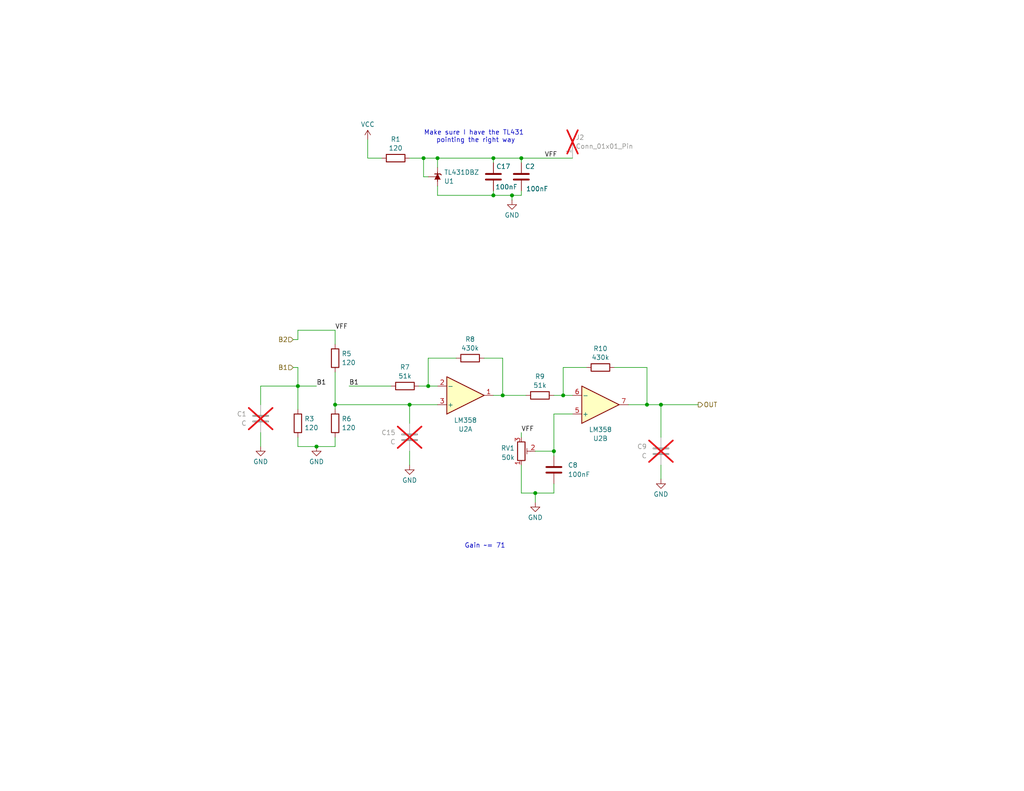
<source format=kicad_sch>
(kicad_sch (version 20231120) (generator "eeschema") (generator_version "8.0")
  (paper "USLetter")
  (title_block (title "Dual Strain Guage Amp") (date "2025-01-22") (rev "V1.0") (company "Gannon University") (comment 1 "DESIGN:  Jake Lehotsky") (comment 2 "ENGINEERING: Matteo Tomasi"))
  (lib_symbols
    (symbol "Amplifier_Operational:LM358" (pin_names (offset 0.127))
      (property "Reference" "U" (at 0 5.08 0))
      (property "Value" "LM358" (at 0 -5.08 0))
      (symbol "LM358_1_1"
        (polyline (pts (xy -5.08 5.08) (xy 5.08 0) (xy -5.08 -5.08) (xy -5.08 5.08)) (stroke (width 0.254)) (fill (type background)))
        (pin output line (at 7.62 0 180) (length 2.54) (name "~") (number "1"))
        (pin input line (at -7.62 -2.54 0) (length 2.54) (name "-") (number "2"))
        (pin input line (at -7.62 2.54 0) (length 2.54) (name "+") (number "3"))
      )
      (symbol "LM358_2_1"
        (polyline (pts (xy -5.08 5.08) (xy 5.08 0) (xy -5.08 -5.08) (xy -5.08 5.08)) (stroke (width 0.254)) (fill (type background)))
        (pin input line (at -7.62 2.54 0) (length 2.54) (name "+") (number "5"))
        (pin input line (at -7.62 -2.54 0) (length 2.54) (name "-") (number "6"))
        (pin output line (at 7.62 0 180) (length 2.54) (name "~") (number "7"))
      )
      (symbol "LM358_3_1"
        (pin power_in line (at -2.54 -7.62 90) (length 3.81) (name "V-") (number "4"))
        (pin power_in line (at -2.54 7.62 270) (length 3.81) (name "V+") (number "8"))
      )
    )
    (symbol "Connector:Conn_01x01_Pin" (pin_names (offset 1.016) hide)
      (property "Reference" "J" (at 0 2.54 0))
      (property "Value" "Conn_01x01_Pin" (at 0 -2.54 0))
      (symbol "Conn_01x01_Pin_1_1"
        (polyline (pts (xy 1.27 0) (xy 0.8636 0)) (stroke (width 0.1524)))
        (rectangle (start 0.8636 0.127) (end 0 -0.127) (stroke (width 0.1524)) (fill (type outline)))
        (pin passive line (at 5.08 0 180) (length 3.81) (name "Pin_1") (number "1"))
      )
    )
    (symbol "Device:C" (pin_numbers hide) (pin_names (offset 0.254))
      (property "Reference" "C" (at 0.635 2.54 0))
      (property "Value" "C" (at 0.635 -2.54 0))
      (symbol "C_0_1"
        (polyline (pts (xy -2.032 -0.762) (xy 2.032 -0.762)) (stroke (width 0.508)))
        (polyline (pts (xy -2.032 0.762) (xy 2.032 0.762)) (stroke (width 0.508)))
      )
      (symbol "C_1_1"
        (pin passive line (at 0 3.81 270) (length 2.794) (name "~") (number "1"))
        (pin passive line (at 0 -3.81 90) (length 2.794) (name "~") (number "2"))
      )
    )
    (symbol "Device:R" (pin_numbers hide) (pin_names (offset 0))
      (property "Reference" "R" (at 2.032 0 90))
      (property "Value" "R" (at 0 0 90))
      (symbol "R_0_1"
        (rectangle (start -1.016 -2.54) (end 1.016 2.54) (stroke (width 0.254)))
      )
      (symbol "R_1_1"
        (pin passive line (at 0 3.81 270) (length 1.27) (name "~") (number "1"))
        (pin passive line (at 0 -3.81 90) (length 1.27) (name "~") (number "2"))
      )
    )
    (symbol "Device:R_Potentiometer_Trim" (pin_names (offset 1.016) hide)
      (property "Reference" "RV" (at -4.445 0 90))
      (property "Value" "R_Potentiometer_Trim" (at -2.54 0 90))
      (symbol "R_Potentiometer_Trim_0_1"
        (polyline (pts (xy 1.524 0.762) (xy 1.524 -0.762)))
        (polyline (pts (xy 2.54 0) (xy 1.524 0)))
        (rectangle (start 1.016 2.54) (end -1.016 -2.54) (stroke (width 0.254)))
      )
      (symbol "R_Potentiometer_Trim_1_1"
        (pin passive line (at 0 3.81 270) (length 1.27) (name "1") (number "1"))
        (pin passive line (at 3.81 0 180) (length 1.27) (name "2") (number "2"))
        (pin passive line (at 0 -3.81 90) (length 1.27) (name "3") (number "3"))
      )
    )
    (symbol "Reference_Voltage:TL431DBZ" (pin_numbers hide) (pin_names hide)
      (property "Reference" "U" (at -2.54 2.54 0))
      (property "Value" "TL431DBZ" (at 0 -2.54 0))
      (symbol "TL431DBZ_0_1"
        (polyline (pts (xy -1.27 0) (xy 0 0) (xy 1.27 0)))
        (polyline (pts (xy -0.762 0.762) (xy 0.762 0) (xy -0.762 -0.762)) (fill (type outline)))
        (polyline (pts (xy 0.508 -1.016) (xy 0.762 -0.762) (xy 0.762 0.762) (xy 0.762 0.762)) (stroke (width 0.254)))
      )
      (symbol "TL431DBZ_1_1"
        (pin passive line (at 2.54 0 180) (length 2.54) (name "K") (number "1"))
        (pin passive line (at 0 2.54 270) (length 2.54) (name "REF") (number "2"))
        (pin passive line (at -2.54 0 0) (length 2.54) (name "A") (number "3"))
      )
    )
    (symbol "power:GND" (power) (pin_names (offset 0))
      (property "Value" "GND" (at 0 -3.81 0))
      (symbol "GND_0_1"
        (polyline (pts (xy 0 0) (xy 0 -1.27) (xy 1.27 -1.27) (xy 0 -2.54) (xy -1.27 -1.27) (xy 0 -1.27)))
      )
      (symbol "GND_1_1"
        (pin power_in line (at 0 0 270) (length 0) hide (name "GND") (number "1"))
      )
    )
    (symbol "power:VCC" (power) (pin_numbers hide) (pin_names (offset 0) hide)
      (property "Value" "VCC" (at 0 3.556 0))
      (symbol "VCC_0_1"
        (polyline (pts (xy -0.762 1.27) (xy 0 2.54)))
        (polyline (pts (xy 0 0) (xy 0 2.54)))
        (polyline (pts (xy 0 2.54) (xy 0.762 1.27)))
      )
      (symbol "VCC_1_1"
        (pin power_in line (at 0 0 90) (length 0) (name "~") (number "1"))
      )
    )
  )
  (junction (at 119.38 43.18))
  (junction (at 86.36 121.92))
  (junction (at 137.16 107.95))
  (junction (at 91.44 110.49))
  (junction (at 134.62 43.18))
  (junction (at 176.53 110.49))
  (junction (at 115.57 43.18))
  (junction (at 134.62 53.34))
  (junction (at 151.13 123.19))
  (junction (at 81.28 105.41))
  (junction (at 142.24 43.18))
  (junction (at 153.67 107.95))
  (junction (at 146.05 134.62))
  (junction (at 111.76 110.49))
  (junction (at 180.34 110.49))
  (junction (at 139.7 53.34))
  (junction (at 116.84 105.41))
  (wire (pts (xy 146.05 134.62) (xy 146.05 137.16)))
  (wire (pts (xy 139.7 53.34) (xy 142.24 53.34)))
  (wire (pts (xy 160.02 100.33) (xy 153.67 100.33)))
  (wire (pts (xy 176.53 110.49) (xy 180.34 110.49)))
  (wire (pts (xy 134.62 52.07) (xy 134.62 53.34)))
  (wire (pts (xy 100.33 43.18) (xy 104.14 43.18)))
  (wire (pts (xy 151.13 123.19) (xy 151.13 124.46)))
  (wire (pts (xy 71.12 105.41) (xy 71.12 110.49)))
  (wire (pts (xy 180.34 110.49) (xy 180.34 119.38)))
  (wire (pts (xy 134.62 44.45) (xy 134.62 43.18)))
  (wire (pts (xy 100.33 38.1) (xy 100.33 43.18)))
  (wire (pts (xy 151.13 113.03) (xy 156.21 113.03)))
  (wire (pts (xy 153.67 100.33) (xy 153.67 107.95)))
  (wire (pts (xy 142.24 44.45) (xy 142.24 43.18)))
  (wire (pts (xy 137.16 107.95) (xy 143.51 107.95)))
  (wire (pts (xy 91.44 101.6) (xy 91.44 110.49)))
  (wire (pts (xy 81.28 119.38) (xy 81.28 121.92)))
  (wire (pts (xy 91.44 110.49) (xy 111.76 110.49)))
  (wire (pts (xy 132.08 97.79) (xy 137.16 97.79)))
  (wire (pts (xy 146.05 134.62) (xy 151.13 134.62)))
  (wire (pts (xy 119.38 43.18) (xy 134.62 43.18)))
  (wire (pts (xy 81.28 105.41) (xy 71.12 105.41)))
  (wire (pts (xy 116.84 48.26) (xy 115.57 48.26)))
  (wire (pts (xy 115.57 43.18) (xy 119.38 43.18)))
  (wire (pts (xy 114.3 105.41) (xy 116.84 105.41)))
  (wire (pts (xy 142.24 118.11) (xy 142.24 119.38)))
  (wire (pts (xy 153.67 107.95) (xy 156.21 107.95)))
  (wire (pts (xy 111.76 123.19) (xy 111.76 127)))
  (wire (pts (xy 81.28 105.41) (xy 86.36 105.41)))
  (wire (pts (xy 139.7 53.34) (xy 139.7 54.61)))
  (wire (pts (xy 115.57 43.18) (xy 115.57 48.26)))
  (wire (pts (xy 119.38 50.8) (xy 119.38 53.34)))
  (wire (pts (xy 142.24 43.18) (xy 156.21 43.18)))
  (wire (pts (xy 176.53 110.49) (xy 171.45 110.49)))
  (wire (pts (xy 71.12 118.11) (xy 71.12 121.92)))
  (wire (pts (xy 137.16 107.95) (xy 134.62 107.95)))
  (wire (pts (xy 134.62 43.18) (xy 142.24 43.18)))
  (wire (pts (xy 116.84 97.79) (xy 116.84 105.41)))
  (wire (pts (xy 81.28 105.41) (xy 81.28 111.76)))
  (wire (pts (xy 134.62 53.34) (xy 139.7 53.34)))
  (wire (pts (xy 180.34 110.49) (xy 190.5 110.49)))
  (wire (pts (xy 80.01 92.71) (xy 81.28 92.71)))
  (wire (pts (xy 91.44 110.49) (xy 91.44 111.76)))
  (wire (pts (xy 81.28 121.92) (xy 86.36 121.92)))
  (wire (pts (xy 180.34 127) (xy 180.34 130.81)))
  (wire (pts (xy 142.24 134.62) (xy 142.24 127)))
  (wire (pts (xy 151.13 107.95) (xy 153.67 107.95)))
  (wire (pts (xy 119.38 53.34) (xy 134.62 53.34)))
  (wire (pts (xy 116.84 105.41) (xy 119.38 105.41)))
  (wire (pts (xy 142.24 134.62) (xy 146.05 134.62)))
  (wire (pts (xy 95.25 105.41) (xy 106.68 105.41)))
  (wire (pts (xy 111.76 110.49) (xy 111.76 115.57)))
  (wire (pts (xy 124.46 97.79) (xy 116.84 97.79)))
  (wire (pts (xy 91.44 90.17) (xy 91.44 93.98)))
  (wire (pts (xy 111.76 43.18) (xy 115.57 43.18)))
  (wire (pts (xy 81.28 90.17) (xy 81.28 92.71)))
  (wire (pts (xy 81.28 100.33) (xy 81.28 105.41)))
  (wire (pts (xy 137.16 97.79) (xy 137.16 107.95)))
  (wire (pts (xy 167.64 100.33) (xy 176.53 100.33)))
  (wire (pts (xy 91.44 121.92) (xy 91.44 119.38)))
  (wire (pts (xy 111.76 110.49) (xy 119.38 110.49)))
  (wire (pts (xy 81.28 90.17) (xy 91.44 90.17)))
  (wire (pts (xy 142.24 52.07) (xy 142.24 53.34)))
  (wire (pts (xy 119.38 43.18) (xy 119.38 45.72)))
  (wire (pts (xy 86.36 121.92) (xy 91.44 121.92)))
  (wire (pts (xy 151.13 132.08) (xy 151.13 134.62)))
  (wire (pts (xy 151.13 113.03) (xy 151.13 123.19)))
  (wire (pts (xy 176.53 100.33) (xy 176.53 110.49)))
  (wire (pts (xy 146.05 123.19) (xy 151.13 123.19)))
  (wire (pts (xy 80.01 100.33) (xy 81.28 100.33)))
  (text "Gain ~= 71" (at 132.334 149.098 0) (effects (font (size 1.27 1.27))))
  (text "Make sure I have the TL431 \npointing the right way" (at 129.794 37.338 0) (effects (font (size 1.27 1.27))))
  (label "B1" (at 95.25 105.41 0))
  (label "VFF" (at 91.44 90.17 0))
  (label "VFF" (at 148.59 43.18 0))
  (label "VFF" (at 142.24 118.11 0))
  (label "B1" (at 86.36 105.41 0))
  (hierarchical_label "B2" (shape input) (at 80.01 92.71 180))
  (hierarchical_label "B1" (shape input) (at 80.01 100.33 180))
  (hierarchical_label "OUT" (shape output) (at 190.5 110.49 0))
  (symbol (lib_id "Device:R") (at 163.83 100.33 90) (unit 1)
    (property "Reference" "R10" (at 163.83 95.1695 90))
    (property "Value" "430k" (at 163.83 97.5938 90))
    (property "Footprint" "Resistor_SMD:R_0805_2012Metric" (effects (hide yes)))
    (property "LCSC" "C2930199" (effects (hide yes)))
    (instances (project "StrainGuageAmpV1_0" (path "" (reference "R10") (unit 1)) (path "" (reference "R19") (unit 1))))
  )
  (symbol (lib_id "Device:C") (at 151.13 128.27 0) (unit 1)
    (property "Reference" "C8" (at 154.94 126.9999 0) (effects (justify left)))
    (property "Value" "100nF" (at 154.94 129.5399 0) (effects (justify left)))
    (property "Footprint" "Capacitor_SMD:C_0805_2012Metric" (effects (hide yes)))
    (property "LCSC" "C49678" (effects (hide yes)))
    (instances (project "StrainGuageAmpV1_0" (path "" (reference "C8") (unit 1)) (path "" (reference "C13") (unit 1))))
  )
  (symbol (lib_id "Device:R") (at 81.28 115.57 0) (unit 1)
    (property "Reference" "R3" (at 83.058 114.3578 0) (effects (justify left)))
    (property "Value" "120" (at 83.058 116.7821 0) (effects (justify left)))
    (property "Footprint" "Resistor_SMD:R_0805_2012Metric" (effects (hide yes)))
    (property "LCSC" "C17437" (effects (hide yes)))
    (instances (project "StrainGuageAmpV1_0" (path "" (reference "R3") (unit 1)) (path "" (reference "R12") (unit 1))))
  )
  (symbol (lib_id "Connector:Conn_01x01_Pin") (at 156.21 38.1 270) (unit 1) (in_bom no) (dnp yes)
    (property "Reference" "J2" (at 157.0482 37.5228 90) (effects (justify left)))
    (property "Value" "Conn_01x01_Pin" (at 157.0482 39.9471 90) (effects (justify left)))
    (property "Footprint" "Connector_PinHeader_2.54mm:PinHeader_1x01_P2.54mm_Vertical" (effects (hide yes)))
    (property "Description" "Generic connector, single row, 01x01, script generated" (effects (hide yes)))
    (instances (project "StrainGuageAmpV1_0" (path "" (reference "J2") (unit 1)) (path "" (reference "J4") (unit 1))))
  )
  (symbol (lib_id "power:GND") (at 71.12 121.92 0) (unit 1)
    (property "Reference" "#PWR03" (effects (hide yes)))
    (property "Value" "GND" (at 71.12 126.0531 0))
    (instances (project "StrainGuageAmpV1_0" (path "" (reference "#PWR03") (unit 1)) (path "" (reference "#PWR015") (unit 1))))
  )
  (symbol (lib_id "Device:C") (at 142.24 48.26 0) (unit 1)
    (property "Reference" "C2" (at 143.256 45.466 0) (effects (justify left)))
    (property "Value" "100nF" (at 143.51 51.562 0) (effects (justify left)))
    (property "Footprint" "Capacitor_SMD:C_0805_2012Metric" (effects (hide yes)))
    (property "LCSC" "C49678" (effects (hide yes)))
    (instances (project "StrainGuageAmpV1_0" (path "" (reference "C2") (unit 1)) (path "" (reference "C7") (unit 1))))
  )
  (symbol (lib_id "Device:R") (at 107.95 43.18 90) (unit 1)
    (property "Reference" "R1" (at 107.95 38.0195 90))
    (property "Value" "120" (at 107.95 40.4438 90))
    (property "Footprint" "Resistor_SMD:R_0805_2012Metric" (effects (hide yes)))
    (property "LCSC" "C17437" (effects (hide yes)))
    (instances (project "StrainGuageAmpV1_0" (path "" (reference "R1") (unit 1)) (path "" (reference "R11") (unit 1))))
  )
  (symbol (lib_id "Device:C") (at 134.62 48.26 0) (unit 1)
    (property "Reference" "C17" (at 135.382 45.466 0) (effects (justify left)))
    (property "Value" "100nF" (at 135.128 51.054 0) (effects (justify left)))
    (property "Footprint" "Capacitor_SMD:C_0805_2012Metric" (effects (hide yes)))
    (property "LCSC" "C49678" (effects (hide yes)))
    (instances (project "StrainGuageAmpV1_0" (path "" (reference "C17") (unit 1)) (path "" (reference "C18") (unit 1))))
  )
  (symbol (lib_id "power:GND") (at 111.76 127 0) (unit 1)
    (property "Reference" "#PWR07" (effects (hide yes)))
    (property "Value" "GND" (at 111.76 131.1331 0))
    (instances (project "StrainGuageAmpV1_0" (path "" (reference "#PWR07") (unit 1)) (path "" (reference "#PWR09") (unit 1))))
  )
  (symbol (lib_id "Amplifier_Operational:LM358") (at 127 107.95 0) (mirror x) (unit 1)
    (property "Reference" "U2" (at 127 117.1745 0))
    (property "Value" "LM358" (at 127 114.7502 0))
    (property "Footprint" "Package_SO:SOIC-8_3.9x4.9mm_P1.27mm" (effects (hide yes)))
    (property "Datasheet" "http://www.ti.com/lit/ds/symlink/lm2904-n.pdf" (effects (hide yes)))
    (property "Description" "Low-Power, Dual Operational Amplifiers, DIP-8/SOIC-8/TO-99-8" (effects (hide yes)))
    (property "LCSC" "C5423" (effects (hide yes)))
    (instances (project "StrainGuageAmpV1_0" (path "" (reference "U2") (unit 1)) (path "" (reference "U4") (unit 1))))
  )
  (symbol (lib_id "Device:R") (at 110.49 105.41 90) (unit 1)
    (property "Reference" "R7" (at 110.49 100.2495 90))
    (property "Value" "51k" (at 110.49 102.6738 90))
    (property "Footprint" "Resistor_SMD:R_0805_2012Metric" (effects (hide yes)))
    (property "LCSC" "C17737" (effects (hide yes)))
    (instances (project "StrainGuageAmpV1_0" (path "" (reference "R7") (unit 1)) (path "" (reference "R16") (unit 1))))
  )
  (symbol (lib_id "power:GND") (at 180.34 130.81 0) (unit 1)
    (property "Reference" "#PWR012" (effects (hide yes)))
    (property "Value" "GND" (at 180.34 134.9431 0))
    (instances (project "StrainGuageAmpV1_0" (path "" (reference "#PWR012") (unit 1)) (path "" (reference "#PWR023") (unit 1))))
  )
  (symbol (lib_id "power:GND") (at 86.36 121.92 0) (unit 1)
    (property "Reference" "#PWR05" (effects (hide yes)))
    (property "Value" "GND" (at 86.36 126.0531 0))
    (instances (project "StrainGuageAmpV1_0" (path "" (reference "#PWR05") (unit 1)) (path "" (reference "#PWR016") (unit 1))))
  )
  (symbol (lib_id "Device:C") (at 180.34 123.19 0) (mirror y) (unit 1) (in_bom no) (dnp yes)
    (property "Reference" "C9" (at 176.53 121.9199 0) (effects (justify left)))
    (property "Value" "C" (at 176.53 124.4599 0) (effects (justify left)))
    (property "Footprint" "Capacitor_SMD:C_0805_2012Metric" (effects (hide yes)))
    (instances (project "StrainGuageAmpV1_0" (path "" (reference "C9") (unit 1)) (path "" (reference "C14") (unit 1))))
  )
  (symbol (lib_id "Device:R") (at 91.44 97.79 0) (unit 1)
    (property "Reference" "R5" (at 93.218 96.5778 0) (effects (justify left)))
    (property "Value" "120" (at 93.218 99.0021 0) (effects (justify left)))
    (property "Footprint" "Resistor_SMD:R_0805_2012Metric" (effects (hide yes)))
    (property "LCSC" "C17437" (effects (hide yes)))
    (instances (project "StrainGuageAmpV1_0" (path "" (reference "R5") (unit 1)) (path "" (reference "R13") (unit 1))))
  )
  (symbol (lib_id "power:VCC") (at 100.33 38.1 0) (unit 1)
    (property "Reference" "#PWR04" (effects (hide yes)))
    (property "Value" "VCC" (at 100.33 33.9669 0))
    (property "Description" "Power symbol creates a global label with name \"VCC\"" (effects (hide yes)))
    (instances (project "StrainGuageAmpV1_0" (path "" (reference "#PWR04") (unit 1)) (path "" (reference "#PWR018") (unit 1))))
  )
  (symbol (lib_id "power:GND") (at 146.05 137.16 0) (mirror y) (unit 1)
    (property "Reference" "#PWR011" (effects (hide yes)))
    (property "Value" "GND" (at 146.05 141.2931 0))
    (instances (project "StrainGuageAmpV1_0" (path "" (reference "#PWR011") (unit 1)) (path "" (reference "#PWR021") (unit 1))))
  )
  (symbol (lib_id "Reference_Voltage:TL431DBZ") (at 119.38 48.26 90) (unit 1)
    (property "Reference" "U1" (at 121.158 49.4722 90) (effects (justify right)))
    (property "Value" "TL431DBZ" (at 121.158 47.0479 90) (effects (justify right)))
    (property "Footprint" "Package_TO_SOT_SMD:SOT-23" (effects (hide yes)))
    (property "Datasheet" "https://www.lcsc.com/datasheet/lcsc_datasheet_1809111518_Texas-Instruments-TL431AIDBZR_C23892.pdf" (effects (hide yes)))
    (property "Description" "Shunt Regulator, SOT-23" (effects (hide yes)))
    (property "LCSC" "C23892" (effects (hide yes)))
    (instances (project "StrainGuageAmpV1_0" (path "" (reference "U1") (unit 1)) (path "" (reference "U3") (unit 1))))
  )
  (symbol (lib_id "Device:R") (at 147.32 107.95 90) (unit 1)
    (property "Reference" "R9" (at 147.32 102.7895 90))
    (property "Value" "51k" (at 147.32 105.2138 90))
    (property "Footprint" "Resistor_SMD:R_0805_2012Metric" (effects (hide yes)))
    (property "LCSC" "C17737" (effects (hide yes)))
    (instances (project "StrainGuageAmpV1_0" (path "" (reference "R9") (unit 1)) (path "" (reference "R18") (unit 1))))
  )
  (symbol (lib_id "Device:R_Potentiometer_Trim") (at 142.24 123.19 0) (mirror x) (unit 1)
    (property "Reference" "RV1" (at 140.4621 122.3553 0) (effects (justify right)))
    (property "Value" "50k" (at 140.4621 124.8922 0) (effects (justify right)))
    (property "Footprint" "Potentiometer_THT:Potentiometer_Bourns_3296W_Vertical" (effects (hide yes)))
    (property "Datasheet" "https://datasheet.lcsc.com/lcsc/1811011704_BOCHEN-Chengdu-Guosheng-Tech-3296W-1-502_C118907.pdf" (effects (hide yes)))
    (property "Description" "±10% ±250ppm/℃ 50kΩ Plugin Variable Resistors/Potentiometers ROHS" (effects (hide yes)))
    (property "LCSC" "C118911" (effects (hide yes)))
    (instances (project "StrainGuageAmpV1_0" (path "" (reference "RV1") (unit 1)) (path "" (reference "RV2") (unit 1))))
  )
  (symbol (lib_id "power:GND") (at 139.7 54.61 0) (unit 1)
    (property "Reference" "#PWR08" (effects (hide yes)))
    (property "Value" "GND" (at 139.7 58.7431 0))
    (instances (project "StrainGuageAmpV1_0" (path "" (reference "#PWR08") (unit 1)) (path "" (reference "#PWR019") (unit 1))))
  )
  (symbol (lib_id "Device:R") (at 91.44 115.57 0) (unit 1)
    (property "Reference" "R6" (at 93.218 114.3578 0) (effects (justify left)))
    (property "Value" "120" (at 93.218 116.7821 0) (effects (justify left)))
    (property "Footprint" "Resistor_SMD:R_0805_2012Metric" (effects (hide yes)))
    (property "LCSC" "C17437" (effects (hide yes)))
    (instances (project "StrainGuageAmpV1_0" (path "" (reference "R6") (unit 1)) (path "" (reference "R14") (unit 1))))
  )
  (symbol (lib_id "Device:C") (at 71.12 114.3 0) (mirror y) (unit 1) (in_bom no) (dnp yes)
    (property "Reference" "C1" (at 67.31 113.0299 0) (effects (justify left)))
    (property "Value" "C" (at 67.31 115.5699 0) (effects (justify left)))
    (property "Footprint" "Capacitor_SMD:C_0805_2012Metric" (effects (hide yes)))
    (instances (project "StrainGuageAmpV1_0" (path "" (reference "C1") (unit 1)) (path "" (reference "C10") (unit 1))))
  )
  (symbol (lib_id "Device:R") (at 128.27 97.79 90) (unit 1)
    (property "Reference" "R8" (at 128.27 92.6295 90))
    (property "Value" "430k" (at 128.27 95.0538 90))
    (property "Footprint" "Resistor_SMD:R_0805_2012Metric" (effects (hide yes)))
    (property "LCSC" "C2930199" (effects (hide yes)))
    (instances (project "StrainGuageAmpV1_0" (path "" (reference "R8") (unit 1)) (path "" (reference "R17") (unit 1))))
  )
  (symbol (lib_id "Device:C") (at 111.76 119.38 0) (mirror y) (unit 1) (in_bom no) (dnp yes)
    (property "Reference" "C15" (at 107.95 118.1099 0) (effects (justify left)))
    (property "Value" "C" (at 107.95 120.6499 0) (effects (justify left)))
    (property "Footprint" "Capacitor_SMD:C_0805_2012Metric" (effects (hide yes)))
    (instances (project "StrainGuageAmpV1_0" (path "" (reference "C15") (unit 1)) (path "" (reference "C16") (unit 1))))
  )
  (symbol (lib_id "Amplifier_Operational:LM358") (at 163.83 110.49 0) (mirror x) (unit 2)
    (property "Reference" "U2" (at 163.83 119.7145 0))
    (property "Value" "LM358" (at 163.83 117.2902 0))
    (property "Footprint" "Package_SO:SOIC-8_3.9x4.9mm_P1.27mm" (effects (hide yes)))
    (property "Datasheet" "http://www.ti.com/lit/ds/symlink/lm2904-n.pdf" (effects (hide yes)))
    (property "Description" "Low-Power, Dual Operational Amplifiers, DIP-8/SOIC-8/TO-99-8" (effects (hide yes)))
    (property "LCSC" "C5423" (effects (hide yes)))
    (instances (project "StrainGuageAmpV1_0" (path "" (reference "U2") (unit 2)) (path "" (reference "U4") (unit 2))))
  )
)
</source>
